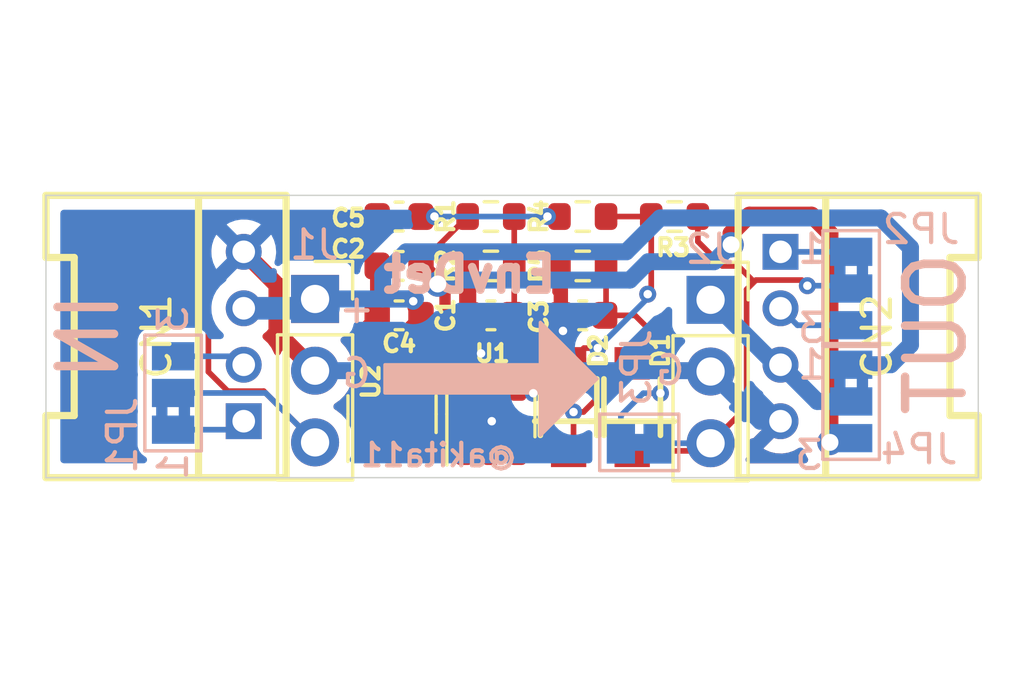
<source format=kicad_pcb>
(kicad_pcb (version 20211014) (generator pcbnew)
  (layers (0 "F.Cu" signal) (31 "B.Cu" signal) (34 "B.Paste" user) (35 "F.Paste" user) (36 "B.SilkS" user "B.Silkscreen") (37 "F.SilkS" user "F.Silkscreen") (38 "B.Mask" user) (39 "F.Mask" user) (44 "Edge.Cuts" user))
  (net 0 "")
  (net 1 "/Vref")
  (net 2 "GND")
  (net 3 "+5V")
  (net 4 "/Aout")
  (net 5 "/Ain1")
  (net 6 "/Ain2")
  (net 7 "/Aout1")
  (net 8 "/Aout2")
  (net 9 "Net-(D1-PadA)")
  (net 10 "/Ain")
  (net 11 "Net-(C3-Pad1)")
  (net 12 "+3V3")
  (net 13 "Net-(D2-PadA)")
  (net 14 "Net-(CN2-Pad3)")
  (net 15 "Net-(C5-Pad2)")
  (footprint "akita:D_SOD123FL" (layer "F.Cu") (at 20.75 7.5 -90)
    (fp_text reference "D1" (at -2 -1.35 90) (layer "F.SilkS") (effects (font (size 0.6 0.6)) (justify bottom)))
    (fp_text value "DIODE")
    (fp_line (start 0.5 -1.5) (end 0.5 -1) (layer "F.SilkS") (width 0.2))
    (fp_line (start 0.5 1) (end 0.5 1.5) (layer "F.SilkS") (width 0.2))
    (fp_line (start 0.5 -1) (end 1 -1) (layer "F.SilkS") (width 0.2))
    (fp_line (start -1 -1) (end 0.5 -1) (layer "F.SilkS") (width 0.2))
    (fp_line (start 0.5 -1) (end 0.5 1) (layer "F.SilkS") (width 0.2))
    (fp_line (start 0.5 1) (end -1 1) (layer "F.SilkS") (width 0.2))
    (fp_line (start 1 1) (end 0.5 1) (layer "F.SilkS") (width 0.2))
    (pad "A" smd rect (at -1.55 0 270) (size 1.15 1.25) (layers "F.Cu" "F.Paste" "F.Mask") (net 9 "Net-(D1-PadA)"))
    (pad "K" smd rect (at 1.55 0 270) (size 1.15 1.25) (layers "F.Cu" "F.Paste" "F.Mask") (net 4 "/Aout"))
  )
  (footprint "Resistor_SMD:R_0603_1608Metric" (layer "F.Cu") (at 15.75 2.5 180)
    (fp_text reference "R2" (at 1.6 0 90) (layer "F.SilkS") (effects (font (size 0.6 0.6))))
    (fp_text value "10k")
    (fp_line (start -0.237258 0.5225) (end 0.237258 0.5225) (layer "F.SilkS") (width 0.12))
    (fp_line (start -0.237258 -0.5225) (end 0.237258 -0.5225) (layer "F.SilkS") (width 0.12))
    (pad "1" smd roundrect locked (at -0.825 0 180) (size 0.8 0.95) (layers "F.Cu" "F.Paste" "F.Mask") (net 1 "/Vref"))
    (pad "2" smd roundrect locked (at 0.825 0 180) (size 0.8 0.95) (layers "F.Cu" "F.Paste" "F.Mask") (net 2 "GND"))
  )
  (footprint "Resistor_SMD:R_0603_1608Metric" (layer "F.Cu") (at 22.25 0.75)
    (fp_text reference "R3" (at -0.05 1.1 180) (layer "F.SilkS") (effects (font (size 0.6 0.6))))
    (fp_text value "10k")
    (fp_line (start -0.237258 0.5225) (end 0.237258 0.5225) (layer "F.SilkS") (width 0.12))
    (fp_line (start -0.237258 -0.5225) (end 0.237258 -0.5225) (layer "F.SilkS") (width 0.12))
    (pad "1" smd roundrect locked (at -0.825 0) (size 0.8 0.95) (layers "F.Cu" "F.Paste" "F.Mask") (net 13 "Net-(D2-PadA)"))
    (pad "2" smd roundrect locked (at 0.825 0) (size 0.8 0.95) (layers "F.Cu" "F.Paste" "F.Mask") (net 4 "/Aout"))
  )
  (footprint "Resistor_SMD:R_0603_1608Metric" (layer "F.Cu") (at 19 2.5)
    (fp_text reference "R5" (at -1.55 0 90) (layer "F.SilkS") (effects (font (size 0.6 0.6))))
    (fp_text value "1M")
    (fp_line (start -0.237258 -0.5225) (end 0.237258 -0.5225) (layer "F.SilkS") (width 0.12))
    (fp_line (start -0.237258 0.5225) (end 0.237258 0.5225) (layer "F.SilkS") (width 0.12))
    (pad "1" smd roundrect locked (at -0.825 0) (size 0.8 0.95) (layers "F.Cu" "F.Paste" "F.Mask") (net 2 "GND"))
    (pad "2" smd roundrect locked (at 0.825 0) (size 0.8 0.95) (layers "F.Cu" "F.Paste" "F.Mask") (net 11 "Net-(C3-Pad1)"))
  )
  (footprint "Capacitor_SMD:C_0603_1608Metric" (layer "F.Cu") (at 12.5 2.5 180)
    (fp_text reference "C2" (at 1.8 0.6) (layer "F.SilkS") (effects (font (size 0.6 0.6))))
    (fp_text value "0.1u")
    (fp_line (start -0.14058 -0.51) (end 0.14058 -0.51) (layer "F.SilkS") (width 0.12))
    (fp_line (start -0.14058 0.51) (end 0.14058 0.51) (layer "F.SilkS") (width 0.12))
    (pad "1" smd roundrect locked (at -0.775 0 180) (size 0.9 0.95) (layers "F.Cu" "F.Paste" "F.Mask") (net 12 "+3V3"))
    (pad "2" smd roundrect locked (at 0.775 0 180) (size 0.9 0.95) (layers "F.Cu" "F.Paste" "F.Mask") (net 2 "GND"))
  )
  (footprint "Package_TO_SOT_SMD:SOT-23" (layer "F.Cu") (at 12.25 7.75 90)
    (fp_text reference "U2" (at 1.15 -0.75 90) (layer "F.SilkS") (effects (font (size 0.6 0.6))))
    (fp_text value "LDO_3p_GOI")
    (fp_line (start 0 -1.56) (end -1.675 -1.56) (layer "F.SilkS") (width 0.12))
    (fp_line (start 0 -1.56) (end 0.65 -1.56) (layer "F.SilkS") (width 0.12))
    (fp_line (start 0 1.56) (end -0.65 1.56) (layer "F.SilkS") (width 0.12))
    (fp_line (start 0 1.56) (end 0.65 1.56) (layer "F.SilkS") (width 0.12))
    (pad "1" smd roundrect (at -0.9375 -0.95 90) (size 1.475 0.6) (layers "F.Cu" "F.Paste" "F.Mask") (net 2 "GND"))
    (pad "2" smd roundrect (at -0.9375 0.95 90) (size 1.475 0.6) (layers "F.Cu" "F.Paste" "F.Mask") (net 12 "+3V3"))
    (pad "3" smd roundrect (at 0.9375 0 90) (size 1.475 0.6) (layers "F.Cu" "F.Paste" "F.Mask") (net 3 "+5V"))
  )
  (footprint "Resistor_SMD:R_0603_1608Metric" (layer "F.Cu") (at 15.75 0.75)
    (fp_text reference "R1" (at -1.6 0 90) (layer "F.SilkS") (effects (font (size 0.6 0.6))))
    (fp_text value "10k")
    (fp_line (start -0.237258 -0.5225) (end 0.237258 -0.5225) (layer "F.SilkS") (width 0.12))
    (fp_line (start -0.237258 0.5225) (end 0.237258 0.5225) (layer "F.SilkS") (width 0.12))
    (pad "1" smd roundrect locked (at -0.825 0) (size 0.8 0.95) (layers "F.Cu" "F.Paste" "F.Mask") (net 12 "+3V3"))
    (pad "2" smd roundrect locked (at 0.825 0) (size 0.8 0.95) (layers "F.Cu" "F.Paste" "F.Mask") (net 1 "/Vref"))
  )
  (footprint "Capacitor_SMD:C_0603_1608Metric" (layer "F.Cu") (at 19 4.25 180)
    (fp_text reference "C3" (at 1.55 -0.05 270) (layer "F.SilkS") (effects (font (size 0.6 0.6))))
    (fp_text value "10u")
    (fp_line (start -0.14058 -0.51) (end 0.14058 -0.51) (layer "F.SilkS") (width 0.12))
    (fp_line (start -0.14058 0.51) (end 0.14058 0.51) (layer "F.SilkS") (width 0.12))
    (pad "1" smd roundrect locked (at -0.775 0 180) (size 0.9 0.95) (layers "F.Cu" "F.Paste" "F.Mask") (net 11 "Net-(C3-Pad1)"))
    (pad "2" smd roundrect locked (at 0.775 0 180) (size 0.9 0.95) (layers "F.Cu" "F.Paste" "F.Mask") (net 2 "GND"))
  )
  (footprint "akita:CON_GROVE_H" (layer "F.Cu") (at 7 5 90)
    (fp_text reference "CN1" (at 0 -2.5 90) (layer "F.SilkS") (effects (justify bottom)))
    (fp_text value "CON_GROVE")
    (fp_line (start 5 1.5) (end 5 -1.6) (layer "F.SilkS") (width 0.254))
    (fp_line (start -5 -1.6) (end -5 1.5) (layer "F.SilkS") (width 0.254))
    (fp_line (start -5 -1.6) (end 5 -1.6) (layer "F.SilkS") (width 0.254))
    (fp_line (start 2.8 -7) (end 5 -7) (layer "F.SilkS") (width 0.254))
    (fp_line (start -5 -7) (end -2.8 -7) (layer "F.SilkS") (width 0.254))
    (fp_line (start -5 -1) (end -5 1) (layer "F.SilkS") (width 0.127))
    (fp_line (start -5 -7) (end -5 -1.6) (layer "F.SilkS") (width 0.254))
    (fp_line (start 2.8 -6) (end 2.8 -7) (layer "F.SilkS") (width 0.254))
    (fp_line (start -2.8 -6) (end 2.8 -6) (layer "F.SilkS") (width 0.254))
    (fp_line (start -5 1.5) (end 5 1.5) (layer "F.SilkS") (width 0.254))
    (fp_line (start 5 -1.6) (end 5 -7) (layer "F.SilkS") (width 0.254))
    (fp_line (start -2.8 -7) (end -2.8 -6) (layer "F.SilkS") (width 0.254))
    (pad "1" thru_hole rect (at -3 0 90) (size 1.27 1.27) (drill 0.8) (layers *.Cu *.Mask) (net 5 "/Ain1"))
    (pad "2" thru_hole circle (at -1 0 90) (size 1.27 1.27) (drill 0.8) (layers *.Cu *.Mask) (net 6 "/Ain2"))
    (pad "3" thru_hole circle (at 1 0 90) (size 1.27 1.27) (drill 0.8) (layers *.Cu *.Mask) (net 3 "+5V"))
    (pad "4" thru_hole circle (at 3 0 90) (size 1.27 1.27) (drill 0.8) (layers *.Cu *.Mask) (net 2 "GND"))
  )
  (footprint "akita:D_SOD123FL" (layer "F.Cu") (at 18.5 7.5 -90)
    (fp_text reference "D2" (at -2 -1.4 90) (layer "F.SilkS") (effects (font (size 0.6 0.6)) (justify bottom)))
    (fp_text value "DIODE")
    (fp_line (start -1 -1) (end 0.5 -1) (layer "F.SilkS") (width 0.2))
    (fp_line (start 1 1) (end 0.5 1) (layer "F.SilkS") (width 0.2))
    (fp_line (start 0.5 -1) (end 0.5 1) (layer "F.SilkS") (width 0.2))
    (fp_line (start 0.5 -1) (end 1 -1) (layer "F.SilkS") (width 0.2))
    (fp_line (start 0.5 -1.2) (end 0.5 -1) (layer "F.SilkS") (width 0.2))
    (fp_line (start 0.5 1) (end 0.5 1.2) (layer "F.SilkS") (width 0.2))
    (fp_line (start 0.5 1) (end -1 1) (layer "F.SilkS") (width 0.2))
    (pad "A" smd rect (at -1.55 0 270) (size 1.15 1.25) (layers "F.Cu" "F.Paste" "F.Mask") (net 13 "Net-(D2-PadA)"))
    (pad "K" smd rect (at 1.55 0 270) (size 1.15 1.25) (layers "F.Cu" "F.Paste" "F.Mask") (net 9 "Net-(D1-PadA)"))
  )
  (footprint "Resistor_SMD:R_0603_1608Metric" (layer "F.Cu") (at 19 0.75)
    (fp_text reference "R4" (at -1.55 0 90) (layer "F.SilkS") (effects (font (size 0.6 0.6))))
    (fp_text value "10k")
    (fp_line (start -0.237258 0.5225) (end 0.237258 0.5225) (layer "F.SilkS") (width 0.12))
    (fp_line (start -0.237258 -0.5225) (end 0.237258 -0.5225) (layer "F.SilkS") (width 0.12))
    (pad "1" smd roundrect locked (at -0.825 0) (size 0.8 0.95) (layers "F.Cu" "F.Paste" "F.Mask") (net 15 "Net-(C5-Pad2)"))
    (pad "2" smd roundrect locked (at 0.825 0) (size 0.8 0.95) (layers "F.Cu" "F.Paste" "F.Mask") (net 13 "Net-(D2-PadA)"))
  )
  (footprint "akita:CON_GROVE_H" (layer "F.Cu") (at 26 5 -90)
    (fp_text reference "CN2" (at 0 -4 90) (layer "F.SilkS") (effects (justify bottom)))
    (fp_text value "CON_GROVE")
    (fp_line (start 2.8 -7) (end 5 -7) (layer "F.SilkS") (width 0.254))
    (fp_line (start -5 1.5) (end 5 1.5) (layer "F.SilkS") (width 0.254))
    (fp_line (start -5 -1.6) (end -5 1.5) (layer "F.SilkS") (width 0.254))
    (fp_line (start -5 -1.6) (end 5 -1.6) (layer "F.SilkS") (width 0.254))
    (fp_line (start 5 -1.6) (end 5 -7) (layer "F.SilkS") (width 0.254))
    (fp_line (start 2.8 -6) (end 2.8 -7) (layer "F.SilkS") (width 0.254))
    (fp_line (start -2.8 -6) (end 2.8 -6) (layer "F.SilkS") (width 0.254))
    (fp_line (start -5 -7) (end -2.8 -7) (layer "F.SilkS") (width 0.254))
    (fp_line (start -5 -1) (end -5 1) (layer "F.SilkS") (width 0.127))
    (fp_line (start 5 1.5) (end 5 -1.6) (layer "F.SilkS") (width 0.254))
    (fp_line (start -2.8 -7) (end -2.8 -6) (layer "F.SilkS") (width 0.254))
    (fp_line (start -5 -7) (end -5 -1.6) (layer "F.SilkS") (width 0.254))
    (pad "1" thru_hole rect (at -3 0 270) (size 1.27 1.27) (drill 0.8) (layers *.Cu *.Mask) (net 7 "/Aout1"))
    (pad "2" thru_hole circle (at -1 0 270) (size 1.27 1.27) (drill 0.8) (layers *.Cu *.Mask) (net 8 "/Aout2"))
    (pad "3" thru_hole circle (at 1 0 270) (size 1.27 1.27) (drill 0.8) (layers *.Cu *.Mask) (net 14 "Net-(CN2-Pad3)"))
    (pad "4" thru_hole circle (at 3 0 270) (size 1.27 1.27) (drill 0.8) (layers *.Cu *.Mask) (net 2 "GND"))
  )
  (footprint "Capacitor_SMD:C_0603_1608Metric" (layer "F.Cu") (at 12.5 4.25 180)
    (fp_text reference "C4" (at 0 -1) (layer "F.SilkS") (effects (font (size 0.6 0.6))))
    (fp_text value "0.1u")
    (fp_line (start -0.14058 -0.51) (end 0.14058 -0.51) (layer "F.SilkS") (width 0.12))
    (fp_line (start -0.14058 0.51) (end 0.14058 0.51) (layer "F.SilkS") (width 0.12))
    (pad "1" smd roundrect (at -0.775 0 180) (size 0.9 0.95) (layers "F.Cu" "F.Paste" "F.Mask") (net 3 "+5V"))
    (pad "2" smd roundrect (at 0.775 0 180) (size 0.9 0.95) (layers "F.Cu" "F.Paste" "F.Mask") (net 2 "GND"))
  )
  (footprint "Connector_PinSocket_2.54mm:PinSocket_1x03_P2.54mm_Vertical" (layer "F.Cu") (at 23.525 3.7)
    (fp_text reference "J2" (at -0.025 -1.8) (layer "B.SilkS") (effects (justify mirror)))
    (fp_text value "Conn_01x03")
    (fp_line (start 0 -1.33) (end 1.33 -1.33) (layer "F.SilkS") (width 0.12))
    (fp_line (start -1.33 1.27) (end -1.33 6.41) (layer "F.SilkS") (width 0.12))
    (fp_line (start 1.33 -1.33) (end 1.33 0) (layer "F.SilkS") (width 0.12))
    (fp_line (start -1.33 6.41) (end 1.33 6.41) (layer "F.SilkS") (width 0.12))
    (fp_line (start 1.33 1.27) (end 1.33 6.41) (layer "F.SilkS") (width 0.12))
    (fp_line (start -1.33 1.27) (end 1.33 1.27) (layer "F.SilkS") (width 0.12))
    (pad "1" thru_hole rect locked (at 0 0) (size 1.7 1.7) (drill 1) (layers *.Cu *.Mask) (net 14 "Net-(CN2-Pad3)"))
    (pad "2" thru_hole oval locked (at 0 2.54) (size 1.7 1.7) (drill 1) (layers *.Cu *.Mask) (net 2 "GND"))
    (pad "3" thru_hole oval locked (at 0 5.08) (size 1.7 1.7) (drill 1) (layers *.Cu *.Mask) (net 4 "/Aout"))
  )
  (footprint "Capacitor_SMD:C_0603_1608Metric" (layer "F.Cu") (at 12.5 0.75)
    (fp_text reference "C5" (at -1.8 0.05 180) (layer "F.SilkS") (effects (font (size 0.6 0.6))))
    (fp_text value "10u")
    (fp_line (start -0.14058 0.51) (end 0.14058 0.51) (layer "F.SilkS") (width 0.12))
    (fp_line (start -0.14058 -0.51) (end 0.14058 -0.51) (layer "F.SilkS") (width 0.12))
    (pad "1" smd roundrect (at -0.775 0) (size 0.9 0.95) (layers "F.Cu" "F.Paste" "F.Mask") (net 10 "/Ain"))
    (pad "2" smd roundrect (at 0.775 0) (size 0.9 0.95) (layers "F.Cu" "F.Paste" "F.Mask") (net 15 "Net-(C5-Pad2)"))
  )
  (footprint "Capacitor_SMD:C_0603_1608Metric" (layer "F.Cu") (at 15.75 4.25 180)
    (fp_text reference "C1" (at 1.6 0 90) (layer "F.SilkS") (effects (font (size 0.6 0.6))))
    (fp_text value "0.1u")
    (fp_line (start -0.14058 -0.51) (end 0.14058 -0.51) (layer "F.SilkS") (width 0.12))
    (fp_line (start -0.14058 0.51) (end 0.14058 0.51) (layer "F.SilkS") (width 0.12))
    (pad "1" smd roundrect locked (at -0.775 0 180) (size 0.9 0.95) (layers "F.Cu" "F.Paste" "F.Mask") (net 1 "/Vref"))
    (pad "2" smd roundrect locked (at 0.775 0 180) (size 0.9 0.95) (layers "F.Cu" "F.Paste" "F.Mask") (net 2 "GND"))
  )
  (footprint "Package_TO_SOT_SMD:SOT-23-5" (layer "F.Cu") (at 15.75 7.75 90)
    (fp_text reference "U1" (at 2.15 0.05 180) (layer "F.SilkS") (effects (font (size 0.6 0.6))))
    (fp_text value "S89431")
    (fp_line (start 0 1.56) (end 0.8 1.56) (layer "F.SilkS") (width 0.12))
    (fp_line (start 0 -1.56) (end 0.8 -1.56) (layer "F.SilkS") (width 0.12))
    (fp_line (start 0 1.56) (end -0.8 1.56) (layer "F.SilkS") (width 0.12))
    (fp_line (start 0 -1.56) (end -1.8 -1.56) (layer "F.SilkS") (width 0.12))
    (pad "1" smd roundrect locked (at -1.1375 -0.95 90) (size 1.325 0.6) (layers "F.Cu" "F.Paste" "F.Mask") (net 1 "/Vref"))
    (pad "2" smd roundrect locked (at -1.1375 0 90) (size 1.325 0.6) (layers "F.Cu" "F.Paste" "F.Mask") (net 2 "GND"))
    (pad "3" smd roundrect locked (at -1.1375 0.95 90) (size 1.325 0.6) (layers "F.Cu" "F.Paste" "F.Mask") (net 13 "Net-(D2-PadA)"))
    (pad "4" smd roundrect locked (at 1.1375 0.95 90) (size 1.325 0.6) (layers "F.Cu" "F.Paste" "F.Mask") (net 9 "Net-(D1-PadA)"))
    (pad "5" smd roundrect locked (at 1.1375 -0.95 90) (size 1.325 0.6) (layers "F.Cu" "F.Paste" "F.Mask") (net 12 "+3V3"))
  )
  (footprint "Connector_PinSocket_2.54mm:PinSocket_1x03_P2.54mm_Vertical" (layer "F.Cu") (at 9.525 3.67)
    (fp_text reference "J1" (at -0.025 -1.92 180) (layer "B.SilkS") (effects (justify mirror)))
    (fp_text value "Conn_01x03")
    (fp_line (start -1.33 6.41) (end 1.33 6.41) (layer "F.SilkS") (width 0.12))
    (fp_line (start 1.33 1.27) (end 1.33 6.41) (layer "F.SilkS") (width 0.12))
    (fp_line (start -1.33 1.27) (end 1.33 1.27) (layer "F.SilkS") (width 0.12))
    (fp_line (start 1.33 -1.33) (end 1.33 0) (layer "F.SilkS") (width 0.12))
    (fp_line (start 0 -1.33) (end 1.33 -1.33) (layer "F.SilkS") (width 0.12))
    (fp_line (start -1.33 1.27) (end -1.33 6.41) (layer "F.SilkS") (width 0.12))
    (pad "1" thru_hole rect locked (at 0 0) (size 1.7 1.7) (drill 1) (layers *.Cu *.Mask) (net 3 "+5V"))
    (pad "2" thru_hole oval locked (at 0 2.54) (size 1.7 1.7) (drill 1) (layers *.Cu *.Mask) (net 2 "GND"))
    (pad "3" thru_hole oval locked (at 0 5.08) (size 1.7 1.7) (drill 1) (layers *.Cu *.Mask) (net 10 "/Ain"))
  )
  (footprint "Jumper:SolderJumper-3_P1.3mm_Bridged2Bar12_Pad1.0x1.5mm_NumberLabels" (layer "B.Cu") (at 28.5 3.3 -90)
    (fp_text reference "JP2" (at -2.1 -2.475 180) (layer "B.SilkS") (effects (justify mirror)))
    (fp_text value "SolderJumper_3_Bridged12")
    (fp_text user "3" (at 1.4 1.4 180) (layer "B.SilkS") (effects (justify mirror)))
    (fp_text user "1" (at -1.4 1.4 180) (layer "B.SilkS") (effects (justify mirror)))
    (fp_poly (pts (xy -0.9 0.6) (xy -0.4 0.6) (xy -0.4 0.2) (xy -0.9 0.2)) (layer "B.Cu") (width 0) (fill solid))
    (fp_poly (pts (xy -0.9 -0.2) (xy -0.4 -0.2) (xy -0.4 -0.6) (xy -0.9 -0.6)) (layer "B.Cu") (width 0) (fill solid))
    (fp_line (start 2.05 -1) (end -2.05 -1) (layer "B.SilkS") (width 0.12))
    (fp_line (start -2.05 -1) (end -2.05 1) (layer "B.SilkS") (width 0.12))
    (fp_line (start 2.05 1) (end 2.05 -1) (layer "B.SilkS") (width 0.12))
    (fp_line (start -2.05 1) (end 2.05 1) (layer "B.SilkS") (width 0.12))
    (pad "1" smd rect locked (at -1.3 0 270) (size 1 1.5) (layers "B.Cu" "B.Mask") (net 7 "/Aout1"))
    (pad "2" smd rect locked (at 0 0 270) (size 1 1.5) (layers "B.Cu" "B.Mask") (net 4 "/Aout"))
    (pad "3" smd rect locked (at 1.3 0 270) (size 1 1.5) (layers "B.Cu" "B.Mask") (net 8 "/Aout2"))
  )
  (footprint "Jumper:SolderJumper-2_P1.3mm_Bridged_Pad1.0x1.5mm" (layer "B.Cu") (at 21 8.75)
    (fp_text reference "JP3" (at -0.1 -2.65 270) (layer "B.SilkS") (effects (justify mirror)))
    (fp_text value "Jumper_2_Bridged")
    (fp_poly (pts (xy -0.25 0.3) (xy 0.25 0.3) (xy 0.25 -0.3) (xy -0.25 -0.3)) (layer "B.Cu") (width 0) (fill solid))
    (fp_line (start 1.4 1) (end 1.4 -1) (layer "B.SilkS") (width 0.12))
    (fp_line (start -1.4 -1) (end -1.4 1) (layer "B.SilkS") (width 0.12))
    (fp_line (start 1.4 -1) (end -1.4 -1) (layer "B.SilkS") (width 0.12))
    (fp_line (start -1.4 1) (end 1.4 1) (layer "B.SilkS") (width 0.12))
    (pad "1" smd rect locked (at -0.65 0) (size 1 1.5) (layers "B.Cu" "B.Mask") (net 11 "Net-(C3-Pad1)"))
    (pad "2" smd rect locked (at 0.65 0) (size 1 1.5) (layers "B.Cu" "B.Mask") (net 4 "/Aout"))
  )
  (footprint "Jumper:SolderJumper-3_P1.3mm_Bridged2Bar12_Pad1.0x1.5mm_NumberLabels" (layer "B.Cu") (at 4.5 7 90)
    (fp_text reference "JP1" (at -1.5 -1.8 90) (layer "B.SilkS") (effects (justify mirror)))
    (fp_text value "SolderJumper_3_Bridged12")
    (fp_text user "3" (at 2.6 0 90) (layer "B.SilkS") (effects (justify mirror)))
    (fp_text user "1" (at -2.6 0 90) (layer "B.SilkS") (effects (justify mirror)))
    (fp_poly (pts (xy -0.9 -0.2) (xy -0.4 -0.2) (xy -0.4 -0.6) (xy -0.9 -0.6)) (layer "B.Cu") (width 0) (fill solid))
    (fp_poly (pts (xy -0.9 0.6) (xy -0.4 0.6) (xy -0.4 0.2) (xy -0.9 0.2)) (layer "B.Cu") (width 0) (fill solid))
    (fp_line (start -2.05 -1) (end -2.05 1) (layer "B.SilkS") (width 0.12))
    (fp_line (start 2.05 -1) (end -2.05 -1) (layer "B.SilkS") (width 0.12))
    (fp_line (start -2.05 1) (end 2.05 1) (layer "B.SilkS") (width 0.12))
    (fp_line (start 2.05 1) (end 2.05 -1) (layer "B.SilkS") (width 0.12))
    (pad "1" smd rect locked (at -1.3 0 90) (size 1 1.5) (layers "B.Cu" "B.Mask") (net 5 "/Ain1"))
    (pad "2" smd rect locked (at 0 0 90) (size 1 1.5) (layers "B.Cu" "B.Mask") (net 10 "/Ain"))
    (pad "3" smd rect locked (at 1.3 0 90) (size 1 1.5) (layers "B.Cu" "B.Mask") (net 6 "/Ain2"))
  )
  (footprint "Jumper:SolderJumper-3_P1.3mm_Bridged2Bar12_Pad1.0x1.5mm_NumberLabels" (layer "B.Cu") (at 28.5 7.3 -90)
    (fp_text reference "JP4" (at 1.7 -2.4 180) (layer "B.SilkS") (effects (justify mirror)))
    (fp_text value "SolderJumper_3_Bridged12")
    (fp_text user "3" (at 1.9 1.5 180) (layer "B.SilkS") (effects (justify mirror)))
    (fp_text user "1" (at -1.3 1.4 180) (layer "B.SilkS") (effects (justify mirror)))
    (fp_poly (pts (xy -0.9 0.6) (xy -0.4 0.6) (xy -0.4 0.2) (xy -0.9 0.2)) (layer "B.Cu") (width 0) (fill solid))
    (fp_poly (pts (xy -0.9 -0.2) (xy -0.4 -0.2) (xy -0.4 -0.6) (xy -0.9 -0.6)) (layer "B.Cu") (width 0) (fill solid))
    (fp_line (start 2.05 -1) (end -2.05 -1) (layer "B.SilkS") (width 0.12))
    (fp_line (start -2.05 -1) (end -2.05 1) (layer "B.SilkS") (width 0.12))
    (fp_line (start -2.05 1) (end 2.05 1) (layer "B.SilkS") (width 0.12))
    (fp_line (start 2.05 1) (end 2.05 -1) (layer "B.SilkS") (width 0.12))
    (pad "1" smd rect (at -1.3 0 270) (size 1 1.5) (layers "B.Cu" "B.Mask") (net 3 "+5V"))
    (pad "2" smd rect (at 0 0 270) (size 1 1.5) (layers "B.Cu" "B.Mask") (net 14 "Net-(CN2-Pad3)"))
    (pad "3" smd rect (at 1.3 0 270) (size 1 1.5) (layers "B.Cu" "B.Mask") (net 12 "+3V3"))
  )
  (gr_poly (pts (xy 19.5 6.5) (xy 17.5 8.5) (xy 17.5 7) (xy 12 7) (xy 12 6) (xy 17.5 6) (xy 17.5 4.5)) (layer "B.SilkS") (width 0.12) (fill solid))
  (gr_line (start 33 0) (end 33 10) (layer "Edge.Cuts") (width 0.05))
  (gr_line (start 0 0) (end 33 0) (layer "Edge.Cuts") (width 0.05))
  (gr_line (start 33 10) (end 0 10) (layer "Edge.Cuts") (width 0.05))
  (gr_line (start 0 10) (end 0 0) (layer "Edge.Cuts") (width 0.05))
  (gr_text "G\n" (at 22.1 6.2) (layer "B.SilkS") (effects (font (size 1 1)) (justify mirror)))
  (gr_text "EnvDet" (at 15 2.8) (layer "B.SilkS") (effects (font (size 1.2 1.2) (thickness 0.3)) (justify mirror)))
  (gr_text "+" (at 11 4) (layer "B.SilkS") (effects (font (size 1 1)) (justify mirror)))
  (gr_text "OUT" (at 31.5 4.9 90) (layer "B.SilkS") (effects (font (size 2 2) (thickness 0.3)) (justify mirror)))
  (gr_text "@akita11" (at 13.9 9.2) (layer "B.SilkS") (effects (font (size 0.8 0.8)) (justify mirror)))
  (gr_text "G\n" (at 11 6.3) (layer "B.SilkS") (effects (font (size 1 1)) (justify mirror)))
  (gr_text "IN" (at 1.5 5 90) (layer "B.SilkS") (effects (font (size 2 2) (thickness 0.3)) (justify mirror)))
  (segment (start 16.575 0.75) (end 16.575 2.5) (width 0.2) (layer "F.Cu") (net 1))
  (segment (start 16.525 4.25) (end 16 4.775) (width 0.2) (layer "F.Cu") (net 1))
  (segment (start 16 4.775) (end 16 6.710717) (width 0.2) (layer "F.Cu") (net 1))
  (segment (start 14.8 7.910717) (end 14.8 8.8875) (width 0.2) (layer "F.Cu") (net 1))
  (segment (start 16 6.710717) (end 14.8 7.910717) (width 0.2) (layer "F.Cu") (net 1))
  (segment (start 16.575 4.2) (end 16.525 4.25) (width 0.2) (layer "F.Cu") (net 1))
  (segment (start 16.575 2.5) (end 16.575 4.2) (width 0.2) (layer "F.Cu") (net 1))
  (segment (start 8.175489 4.860489) (end 8.175489 3.175489) (width 0.6) (layer "F.Cu") (net 2))
  (segment (start 11.725 4.25) (end 11.725 2.5) (width 0.4) (layer "F.Cu") (net 2))
  (segment (start 9.525 6.21) (end 11.29 6.21) (width 0.4) (layer "F.Cu") (net 2))
  (segment (start 11.3 8.6875) (end 11.3 6.2) (width 0.4) (layer "F.Cu") (net 2))
  (segment (start 18.175 2.5) (end 18.175 4.2) (width 0.2) (layer "F.Cu") (net 2))
  (segment (start 15.75 8.02927) (end 15.75 8.8875) (width 0.4) (layer "F.Cu") (net 2))
  (segment (start 18.175 4.2) (end 18.225 4.25) (width 0.2) (layer "F.Cu") (net 2))
  (segment (start 11.3 6.2) (end 11.3 4.675) (width 0.4) (layer "F.Cu") (net 2))
  (segment (start 14.8 4.425) (end 14.975 4.25) (width 0.4) (layer "F.Cu") (net 2))
  (segment (start 14.975 4.25) (end 14.975 5.174) (width 0.4) (layer "F.Cu") (net 2))
  (segment (start 18.3 4.325) (end 18.225 4.25) (width 0.2) (layer "F.Cu") (net 2))
  (segment (start 14.925 4.2) (end 14.975 4.25) (width 0.6) (layer "F.Cu") (net 2))
  (segment (start 14.975 5.174) (end 15.4005 5.5995) (width 0.4) (layer "F.Cu") (net 2))
  (segment (start 11.3 4.675) (end 11.725 4.25) (width 0.4) (layer "F.Cu") (net 2))
  (segment (start 15.77927 8) (end 15.75 8.02927) (width 0.4) (layer "F.Cu") (net 2))
  (segment (start 8.175489 3.175489) (end 7 2) (width 0.6) (layer "F.Cu") (net 2))
  (segment (start 14.925 2.5) (end 14.925 4.2) (width 0.6) (layer "F.Cu") (net 2))
  (segment (start 11.29 6.21) (end 11.3 6.2) (width 0.4) (layer "F.Cu") (net 2))
  (segment (start 9.525 6.21) (end 8.175489 4.860489) (width 0.6) (layer "F.Cu") (net 2))
  (segment (start 18.3 4.8) (end 18.3 4.325) (width 0.2) (layer "F.Cu") (net 2))
  (via (at 15.77927 8) (size 0.6) (drill 0.3) (layers "F.Cu" "B.Cu") (net 2))
  (via (at 15.4005 5.5995) (size 0.6) (drill 0.3) (layers "F.Cu" "B.Cu") (net 2))
  (via (at 18.3 4.8) (size 0.6) (drill 0.3) (layers "F.Cu" "B.Cu") (net 2))
  (segment (start 9.525 6.21) (end 15.21 6.21) (width 0.6) (layer "B.Cu") (net 2))
  (segment (start 15.77927 8) (end 15.77927 6.47073) (width 0.4) (layer "B.Cu") (net 2))
  (segment (start 18.3 4.8) (end 18.3 6.12) (width 0.6) (layer "B.Cu") (net 2))
  (segment (start 15.21 6.21) (end 15.54 6.21) (width 0.6) (layer "B.Cu") (net 2))
  (segment (start 18.71 6.21) (end 23.495 6.21) (width 0.6) (layer "B.Cu") (net 2))
  (segment (start 15.4005 6.0705) (end 15.54 6.21) (width 0.4) (layer "B.Cu") (net 2))
  (segment (start 23.495 6.21) (end 23.525 6.24) (width 0.6) (layer "B.Cu") (net 2))
  (segment (start 18.21 6.21) (end 18.71 6.21) (width 0.6) (layer "B.Cu") (net 2))
  (segment (start 15.54 6.21) (end 16.04 6.21) (width 0.6) (layer "B.Cu") (net 2))
  (segment (start 15.4005 5.5995) (end 15.4005 6.0705) (width 0.4) (layer "B.Cu") (net 2))
  (segment (start 18.3 6.12) (end 18.21 6.21) (width 0.6) (layer "B.Cu") (net 2))
  (segment (start 16.04 6.21) (end 18.21 6.21) (width 0.6) (layer "B.Cu") (net 2))
  (segment (start 26 8) (end 25.285 8) (width 0.6) (layer "B.Cu") (net 2))
  (segment (start 15.77927 6.47073) (end 16.04 6.21) (width 0.4) (layer "B.Cu") (net 2))
  (segment (start 25.285 8) (end 23.525 6.24) (width 0.6) (layer "B.Cu") (net 2))
  (segment (start 12.25 6.8125) (end 12.25 5.275) (width 0.4) (layer "F.Cu") (net 3))
  (segment (start 13 3.75) (end 13 3.975) (width 0.4) (layer "F.Cu") (net 3))
  (segment (start 12.25 5.275) (end 13.275 4.25) (width 0.4) (layer "F.Cu") (net 3))
  (segment (start 13 3.975) (end 13.275 4.25) (width 0.4) (layer "F.Cu") (net 3))
  (via (at 13 3.75) (size 0.6) (drill 0.3) (layers "F.Cu" "B.Cu") (net 3))
  (segment (start 12.17 3.67) (end 13.08 3.67) (width 0.6) (layer "B.Cu") (net 3))
  (segment (start 12.75 2) (end 20.538628 2) (width 0.6) (layer "B.Cu") (net 3))
  (segment (start 11.92 2.83) (end 12.75 2) (width 0.6) (layer "B.Cu") (net 3))
  (segment (start 12.17 3.67) (end 12.92 3.67) (width 0.6) (layer "B.Cu") (net 3))
  (segment (start 11.92 3.67) (end 12.17 3.67) (width 0.6) (layer "B.Cu") (net 3))
  (segment (start 20.538628 2) (end 21.738139 0.800489) (width 0.6) (layer "B.Cu") (net 3))
  (segment (start 9.525 3.67) (end 11.92 3.67) (width 0.6) (layer "B.Cu") (net 3))
  (segment (start 30.6 1.850978) (end 30.6 5.3) (width 0.6) (layer "B.Cu") (net 3))
  (segment (start 29.9 6) (end 28.5 6) (width 0.6) (layer "B.Cu") (net 3))
  (segment (start 12.92 3.67) (end 13 3.75) (width 0.6) (layer "B.Cu") (net 3))
  (segment (start 11.92 3.67) (end 11.92 2.83) (width 0.6) (layer "B.Cu") (net 3))
  (segment (start 7 4) (end 10 4) (width 0.8) (layer "B.Cu") (net 3))
  (segment (start 29.549511 0.800489) (end 30.6 1.850978) (width 0.6) (layer "B.Cu") (net 3))
  (segment (start 21.738139 0.800489) (end 29.549511 0.800489) (width 0.6) (layer "B.Cu") (net 3))
  (segment (start 30.6 5.3) (end 29.9 6) (width 0.6) (layer "B.Cu") (net 3))
  (segment (start 26.7505 3) (end 26.9505 3.2) (width 0.2) (layer "F.Cu") (net 4))
  (segment (start 20.75 9.05) (end 23.255 9.05) (width 0.2) (layer "F.Cu") (net 4))
  (segment (start 23.075 0.75) (end 23.075 1.63497) (width 0.2) (layer "F.Cu") (net 4))
  (segment (start 23.075 1.63497) (end 23.94003 2.5) (width 0.2) (layer "F.Cu") (net 4))
  (segment (start 24.5 2.5) (end 25 3) (width 0.2) (layer "F.Cu") (net 4))
  (segment (start 23.255 9.05) (end 23.525 8.78) (width 0.2) (layer "F.Cu") (net 4))
  (segment (start 24.8 7.505) (end 24.8 3.330978) (width 0.2) (layer "F.Cu") (net 4))
  (segment (start 23.525 8.78) (end 24.8 7.505) (width 0.2) (layer "F.Cu") (net 4))
  (segment (start 25.130978 3) (end 26.7505 3) (width 0.2) (layer "F.Cu") (net 4))
  (segment (start 23.94003 2.5) (end 24.5 2.5) (width 0.2) (layer "F.Cu") (net 4))
  (segment (start 24.8 3.330978) (end 25.130978 3) (width 0.2) (layer "F.Cu") (net 4))
  (via (at 26.9505 3.2) (size 0.6) (drill 0.3) (layers "F.Cu" "B.Cu") (net 4))
  (segment (start 28.4 3.2) (end 28.5 3.3) (width 0.2) (layer "B.Cu") (net 4))
  (segment (start 26.9505 3.2) (end 28.4 3.2) (width 0.2) (layer "B.Cu") (net 4))
  (segment (start 23.495 8.75) (end 23.525 8.78) (width 0.2) (layer "B.Cu") (net 4))
  (segment (start 23.275 8.78) (end 22.78 8.78) (width 0.25) (layer "B.Cu") (net 4))
  (segment (start 21.68 8.78) (end 21.65 8.75) (width 0.2) (layer "B.Cu") (net 4))
  (segment (start 23.525 8.78) (end 21.68 8.78) (width 0.2) (layer "B.Cu") (net 4))
  (segment (start 6.7 8.3) (end 7 8) (width 0.2) (layer "B.Cu") (net 5))
  (segment (start 5 8.3) (end 6.7 8.3) (width 0.2) (layer "B.Cu") (net 5))
  (segment (start 6.7 5.7) (end 7 6) (width 0.2) (layer "B.Cu") (net 6))
  (segment (start 5 5.7) (end 6.7 5.7) (width 0.2) (layer "B.Cu") (net 6))
  (segment (start 28.5 2) (end 26 2) (width 0.2) (layer "B.Cu") (net 7))
  (segment (start 26.3 1.7) (end 26 2) (width 0.2) (layer "B.Cu") (net 7))
  (segment (start 28.5 4.6) (end 26.6 4.6) (width 0.2) (layer "B.Cu") (net 8))
  (segment (start 26.6 4.6) (end 26 4) (width 0.2) (layer "B.Cu") (net 8))
  (segment (start 18.673911 7.673911) (end 18.673911 8.876089) (width 0.2) (layer "F.Cu") (net 9))
  (segment (start 16.7 6.6125) (end 16.853 6.6125) (width 0.2) (layer "F.Cu") (net 9))
  (segment (start 16.853 6.6125) (end 17.25 7.0095) (width 0.2) (layer "F.Cu") (net 9))
  (segment (start 18.673911 8.876089) (end 18.5 9.05) (width 0.2) (layer "F.Cu") (net 9))
  (segment (start 19.026089 7.673911) (end 20.75 5.95) (width 0.2) (layer "F.Cu") (net 9))
  (segment (start 18.3375 8.8875) (end 18.5 9.05) (width 0.2) (layer "F.Cu") (net 9))
  (segment (start 18.673911 7.673911) (end 19.026089 7.673911) (width 0.2) (layer "F.Cu") (net 9))
  (segment (start 16.7 6.3) (end 16.7 6.6125) (width 0.2) (layer "F.Cu") (net 9))
  (via (at 17.25 7.0095) (size 0.6) (drill 0.3) (layers "F.Cu" "B.Cu") (net 9))
  (via (at 18.673911 7.673911) (size 0.6) (drill 0.3) (layers "F.Cu" "B.Cu") (net 9))
  (segment (start 17.25 7.0095) (end 18.0095 7.0095) (width 0.2) (layer "B.Cu") (net 9))
  (segment (start 18.0095 7.0095) (end 18.673911 7.673911) (width 0.2) (layer "B.Cu") (net 9))
  (segment (start 5.75 6.25) (end 6.434511 6.934511) (width 0.2) (layer "F.Cu") (net 10))
  (segment (start 5.75 1.5) (end 5.75 6.25) (width 0.2) (layer "F.Cu") (net 10))
  (segment (start 11.725 0.75) (end 6.5 0.75) (width 0.2) (layer "F.Cu") (net 10))
  (segment (start 6.5 0.75) (end 5.75 1.5) (width 0.2) (layer "F.Cu") (net 10))
  (segment (start 6.434511 6.934511) (end 7.709511 6.934511) (width 0.2) (layer "F.Cu") (net 10))
  (segment (start 7.709511 6.934511) (end 9.525 8.75) (width 0.2) (layer "F.Cu") (net 10))
  (segment (start 7.775 7) (end 4.5 7) (width 0.2) (layer "B.Cu") (net 10))
  (segment (start 9.525 8.75) (end 7.775 7) (width 0.2) (layer "B.Cu") (net 10))
  (segment (start 19.825 2.5) (end 19.825 4.2) (width 0.2) (layer "F.Cu") (net 11))
  (segment (start 21.75 5.150978) (end 20.849022 4.25) (width 0.2) (layer "F.Cu") (net 11))
  (segment (start 20.849022 4.25) (end 19.775 4.25) (width 0.2) (layer "F.Cu") (net 11))
  (segment (start 19.825 4.2) (end 19.775 4.25) (width 0.2) (layer "F.Cu") (net 11))
  (segment (start 21.75 7.0095) (end 21.75 5.150978) (width 0.2) (layer "F.Cu") (net 11))
  (via (at 21.75 7.0095) (size 0.6) (drill 0.3) (layers "F.Cu" "B.Cu") (net 11))
  (segment (start 21.75 7.0095) (end 21.1405 7.0095) (width 0.2) (layer "B.Cu") (net 11))
  (segment (start 20.35 7.8) (end 20.35 8.75) (width 0.2) (layer "B.Cu") (net 11))
  (segment (start 21.1405 7.0095) (end 20.35 7.8) (width 0.2) (layer "B.Cu") (net 11))
  (segment (start 24.9 0.7) (end 27.1 0.7) (width 0.6) (layer "F.Cu") (net 12))
  (segment (start 13.275 2.5) (end 14.12452 3.34952) (width 0.4) (layer "F.Cu") (net 12))
  (segment (start 13.867372 3.092372) (end 13.275 2.5) (width 0.6) (layer "F.Cu") (net 12))
  (segment (start 24.25 1.75) (end 24.25 1.35) (width 0.6) (layer "F.Cu") (net 12))
  (segment (start 24.25 1.35) (end 24.9 0.7) (width 0.6) (layer "F.Cu") (net 12))
  (segment (start 14.12452 5.848342) (end 13.2 6.772862) (width 0.4) (layer "F.Cu") (net 12))
  (segment (start 13.867372 3.139343) (end 13.867372 3.092372) (width 0.6) (layer "F.Cu") (net 12))
  (segment (start 13.2 6.772862) (end 13.2 7.7) (width 0.4) (layer "F.Cu") (net 12))
  (segment (start 14.598342 5.848342) (end 14.8 6.05) (width 0.4) (layer "F.Cu") (net 12))
  (segment (start 14.12452 3.34952) (end 14.12452 5.848342) (width 0.4) (layer "F.Cu") (net 12))
  (segment (start 14.8 6.05) (end 14.8 6.6125) (width 0.4) (layer "F.Cu") (net 12))
  (segment (start 13.2 7.7) (end 13.2 8.6875) (width 0.4) (layer "F.Cu") (net 12))
  (segment (start 14.12452 5.848342) (end 14.598342 5.848342) (width 0.4) (layer "F.Cu") (net 12))
  (segment (start 13.275 2.5) (end 13.275 2.4) (width 0.2) (layer "F.Cu") (net 12))
  (segment (start 27.1 0.7) (end 27.75 1.35) (width 0.6) (layer "F.Cu") (net 12))
  (segment (start 13.275 2.4) (end 14.925 0.75) (width 0.2) (layer "F.Cu") (net 12))
  (segment (start 27.75 1.35) (end 27.75 8.75) (width 0.6) (layer "F.Cu") (net 12))
  (via (at 27.75 8.75) (size 0.9) (drill 0.6) (layers "F.Cu" "B.Cu") (net 12))
  (via (at 13.867372 3.139343) (size 0.9) (drill 0.6) (layers "F.Cu" "B.Cu") (net 12))
  (via (at 24.25 1.75) (size 0.9) (drill 0.6) (layers "F.Cu" "B.Cu") (net 12))
  (segment (start 21.318831 2.350489) (end 23.649511 2.350489) (width 0.6) (layer "B.Cu") (net 12))
  (segment (start 27.75 8.75) (end 28.35 8.75) (width 0.6) (layer "B.Cu") (net 12))
  (segment (start 14.006715 3) (end 20.66932 3) (width 0.6) (layer "B.Cu") (net 12))
  (segment (start 28.35 8.75) (end 28.5 8.6) (width 0.6) (layer "B.Cu") (net 12))
  (segment (start 13.867372 3.139343) (end 14.006715 3) (width 0.6) (layer "B.Cu") (net 12))
  (segment (start 23.649511 2.350489) (end 24.25 1.75) (width 0.6) (layer "B.Cu") (net 12))
  (segment (start 20.66932 3) (end 21.318831 2.350489) (width 0.6) (layer "B.Cu") (net 12))
  (segment (start 19.53063 5.4105) (end 19.0395 5.4105) (width 0.2) (layer "F.Cu") (net 13))
  (segment (start 18.5 7) (end 18.5 5.95) (width 0.2) (layer "F.Cu") (net 13))
  (segment (start 21.425 0.75) (end 21.425 3.375) (width 0.2) (layer "F.Cu") (net 13))
  (segment (start 16.7 8.8) (end 18.5 7) (width 0.2) (layer "F.Cu") (net 13))
  (segment (start 19.0395 5.4105) (end 18.5 5.95) (width 0.2) (layer "F.Cu") (net 13))
  (segment (start 16.7 8.8875) (end 16.7 8.8) (width 0.2) (layer "F.Cu") (net 13))
  (segment (start 19.825 0.75) (end 21.425 0.75) (width 0.2) (layer "F.Cu") (net 13))
  (segment (start 21.425 3.375) (end 21.3 3.5) (width 0.2) (layer "F.Cu") (net 13))
  (via (at 21.3 3.5) (size 0.6) (drill 0.3) (layers "F.Cu" "B.Cu") (net 13))
  (via (at 19.53063 5.4105) (size 0.6) (drill 0.3) (layers "F.Cu" "B.Cu") (net 13))
  (segment (start 21.3 3.64113) (end 19.53063 5.4105) (width 0.2) (layer "B.Cu") (net 13))
  (segment (start 21.3 3.5) (end 21.3 3.64113) (width 0.2) (layer "B.Cu") (net 13))
  (segment (start 27.3 7.3) (end 26 6) (width 0.6) (layer "B.Cu") (net 14))
  (segment (start 26 6) (end 25.825 6) (width 0.6) (layer "B.Cu") (net 14))
  (segment (start 25.825 6) (end 23.525 3.7) (width 0.6) (layer "B.Cu") (net 14))
  (segment (start 23.495 3.67) (end 23.525 3.7) (width 0.6) (layer "B.Cu") (net 14))
  (segment (start 28.5 7.3) (end 27.3 7.3) (width 0.6) (layer "B.Cu") (net 14))
  (segment (start 17.75 0.75) (end 18.175 0.75) (width 0.2) (layer "F.Cu") (net 15))
  (segment (start 13.275 0.75) (end 13.75 0.75) (width 0.2) (layer "F.Cu") (net 15))
  (via (at 17.75 0.75) (size 0.6) (drill 0.3) (layers "F.Cu" "B.Cu") (net 15))
  (via (at 13.75 0.75) (size 0.6) (drill 0.3) (layers "F.Cu" "B.Cu") (net 15))
  (segment (start 13.75 0.75) (end 17.75 0.75) (width 0.2) (layer "B.Cu") (net 15))
  (zone (net 2) (net_name "GND") (layers F&B.Cu) (connect_pads (clearance 0.508)) (min_thickness 0.254) (fill yes (thermal_gap 0.508) (thermal_bridge_width 0.508))
    (polygon (pts (xy 33 10) (xy 0 10) (xy 0 0) (xy 33 0)))
  )
)
</source>
